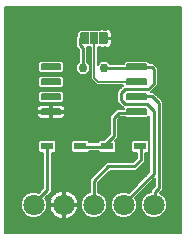
<source format=gtl>
G75*
%MOIN*%
%OFA0B0*%
%FSLAX25Y25*%
%IPPOS*%
%LPD*%
%AMOC8*
5,1,8,0,0,1.08239X$1,22.5*
%
%ADD10C,0.00000*%
%ADD11C,0.01200*%
%ADD12R,0.02800X0.03937*%
%ADD13R,0.02000X0.03937*%
%ADD14C,0.00571*%
%ADD15R,0.04134X0.02362*%
%ADD16C,0.07087*%
%ADD17C,0.00600*%
%ADD18C,0.02978*%
%ADD19C,0.01000*%
D10*
X0003300Y0003800D02*
X0003300Y0074761D01*
X0058001Y0074761D01*
X0058001Y0003800D01*
X0003300Y0003800D01*
D11*
X0027507Y0064932D02*
X0027507Y0067668D01*
X0027507Y0064932D02*
X0026707Y0064932D01*
X0026707Y0067668D01*
X0027507Y0067668D01*
X0027507Y0066131D02*
X0026707Y0066131D01*
X0026707Y0067330D02*
X0027507Y0067330D01*
X0034893Y0067668D02*
X0034893Y0064932D01*
X0034093Y0064932D01*
X0034093Y0067668D01*
X0034893Y0067668D01*
X0034893Y0066131D02*
X0034093Y0066131D01*
X0034093Y0067330D02*
X0034893Y0067330D01*
D12*
X0030800Y0066300D03*
D13*
X0033525Y0066305D03*
X0028075Y0066300D03*
D14*
X0019590Y0055944D02*
X0013428Y0055944D01*
X0013428Y0057656D01*
X0019590Y0057656D01*
X0019590Y0055944D01*
X0019590Y0056514D02*
X0013428Y0056514D01*
X0013428Y0057084D02*
X0019590Y0057084D01*
X0019590Y0057654D02*
X0013428Y0057654D01*
X0013428Y0050944D02*
X0019590Y0050944D01*
X0013428Y0050944D02*
X0013428Y0052656D01*
X0019590Y0052656D01*
X0019590Y0050944D01*
X0019590Y0051514D02*
X0013428Y0051514D01*
X0013428Y0052084D02*
X0019590Y0052084D01*
X0019590Y0052654D02*
X0013428Y0052654D01*
X0013428Y0045944D02*
X0019590Y0045944D01*
X0013428Y0045944D02*
X0013428Y0047656D01*
X0019590Y0047656D01*
X0019590Y0045944D01*
X0019590Y0046514D02*
X0013428Y0046514D01*
X0013428Y0047084D02*
X0019590Y0047084D01*
X0019590Y0047654D02*
X0013428Y0047654D01*
X0013428Y0040944D02*
X0019590Y0040944D01*
X0013428Y0040944D02*
X0013428Y0042656D01*
X0019590Y0042656D01*
X0019590Y0040944D01*
X0019590Y0041514D02*
X0013428Y0041514D01*
X0013428Y0042084D02*
X0019590Y0042084D01*
X0019590Y0042654D02*
X0013428Y0042654D01*
X0042010Y0040944D02*
X0048172Y0040944D01*
X0042010Y0040944D02*
X0042010Y0042656D01*
X0048172Y0042656D01*
X0048172Y0040944D01*
X0048172Y0041514D02*
X0042010Y0041514D01*
X0042010Y0042084D02*
X0048172Y0042084D01*
X0048172Y0042654D02*
X0042010Y0042654D01*
X0042010Y0045944D02*
X0048172Y0045944D01*
X0042010Y0045944D02*
X0042010Y0047656D01*
X0048172Y0047656D01*
X0048172Y0045944D01*
X0048172Y0046514D02*
X0042010Y0046514D01*
X0042010Y0047084D02*
X0048172Y0047084D01*
X0048172Y0047654D02*
X0042010Y0047654D01*
X0042010Y0050944D02*
X0048172Y0050944D01*
X0042010Y0050944D02*
X0042010Y0052656D01*
X0048172Y0052656D01*
X0048172Y0050944D01*
X0048172Y0051514D02*
X0042010Y0051514D01*
X0042010Y0052084D02*
X0048172Y0052084D01*
X0048172Y0052654D02*
X0042010Y0052654D01*
X0042010Y0055944D02*
X0048172Y0055944D01*
X0042010Y0055944D02*
X0042010Y0057656D01*
X0048172Y0057656D01*
X0048172Y0055944D01*
X0048172Y0056514D02*
X0042010Y0056514D01*
X0042010Y0057084D02*
X0048172Y0057084D01*
X0048172Y0057654D02*
X0042010Y0057654D01*
D15*
X0046312Y0030300D03*
X0035288Y0030300D03*
X0026312Y0030300D03*
X0015288Y0030300D03*
D16*
X0010800Y0010800D03*
X0020800Y0010800D03*
X0030800Y0010800D03*
X0040800Y0010800D03*
X0050800Y0010800D03*
D17*
X0001300Y0001300D02*
X0001300Y0076800D01*
X0059800Y0076800D01*
X0059800Y0001300D01*
X0001300Y0001300D01*
X0001300Y0001406D02*
X0059800Y0001406D01*
X0059800Y0002004D02*
X0001300Y0002004D01*
X0001300Y0002603D02*
X0059800Y0002603D01*
X0059800Y0003201D02*
X0001300Y0003201D01*
X0001300Y0003800D02*
X0059800Y0003800D01*
X0059800Y0004399D02*
X0001300Y0004399D01*
X0001300Y0004997D02*
X0059800Y0004997D01*
X0059800Y0005596D02*
X0001300Y0005596D01*
X0001300Y0006194D02*
X0019302Y0006194D01*
X0018941Y0006312D02*
X0019666Y0006076D01*
X0020419Y0005957D01*
X0020500Y0005957D01*
X0020500Y0010500D01*
X0021100Y0010500D01*
X0021100Y0011100D01*
X0025643Y0011100D01*
X0025643Y0011181D01*
X0025524Y0011934D01*
X0025288Y0012659D01*
X0024942Y0013338D01*
X0024494Y0013955D01*
X0023955Y0014494D01*
X0023338Y0014942D01*
X0022659Y0015288D01*
X0021934Y0015524D01*
X0021181Y0015643D01*
X0021100Y0015643D01*
X0021100Y0011100D01*
X0020500Y0011100D01*
X0020500Y0015643D01*
X0020419Y0015643D01*
X0019666Y0015524D01*
X0018941Y0015288D01*
X0018262Y0014942D01*
X0017645Y0014494D01*
X0017106Y0013955D01*
X0016658Y0013338D01*
X0016312Y0012659D01*
X0016076Y0011934D01*
X0015957Y0011181D01*
X0015957Y0011100D01*
X0020500Y0011100D01*
X0020500Y0010500D01*
X0015957Y0010500D01*
X0015957Y0010419D01*
X0016076Y0009666D01*
X0016312Y0008941D01*
X0016658Y0008262D01*
X0017106Y0007645D01*
X0017645Y0007106D01*
X0018262Y0006658D01*
X0018941Y0006312D01*
X0018076Y0006793D02*
X0012736Y0006793D01*
X0013317Y0007033D02*
X0014567Y0008283D01*
X0015243Y0009916D01*
X0015243Y0011684D01*
X0014634Y0013154D01*
X0016700Y0015220D01*
X0016700Y0028219D01*
X0017728Y0028219D01*
X0018255Y0028746D01*
X0018255Y0031854D01*
X0017728Y0032381D01*
X0012848Y0032381D01*
X0012321Y0031854D01*
X0012321Y0028746D01*
X0012848Y0028219D01*
X0013900Y0028219D01*
X0013900Y0016380D01*
X0012447Y0014927D01*
X0011684Y0015243D01*
X0009916Y0015243D01*
X0008283Y0014567D01*
X0007033Y0013317D01*
X0006357Y0011684D01*
X0006357Y0009916D01*
X0007033Y0008283D01*
X0008283Y0007033D01*
X0009916Y0006357D01*
X0011684Y0006357D01*
X0013317Y0007033D01*
X0013675Y0007391D02*
X0017359Y0007391D01*
X0016855Y0007990D02*
X0014273Y0007990D01*
X0014693Y0008588D02*
X0016491Y0008588D01*
X0016232Y0009187D02*
X0014941Y0009187D01*
X0015189Y0009785D02*
X0016057Y0009785D01*
X0015962Y0010384D02*
X0015243Y0010384D01*
X0015243Y0010982D02*
X0020500Y0010982D01*
X0020500Y0010384D02*
X0021100Y0010384D01*
X0021100Y0010500D02*
X0021100Y0005957D01*
X0021181Y0005957D01*
X0021934Y0006076D01*
X0022659Y0006312D01*
X0023338Y0006658D01*
X0023955Y0007106D01*
X0024494Y0007645D01*
X0024942Y0008262D01*
X0025288Y0008941D01*
X0025524Y0009666D01*
X0025643Y0010419D01*
X0025643Y0010500D01*
X0021100Y0010500D01*
X0021100Y0010982D02*
X0026357Y0010982D01*
X0026357Y0010384D02*
X0025638Y0010384D01*
X0025543Y0009785D02*
X0026411Y0009785D01*
X0026357Y0009916D02*
X0027033Y0008283D01*
X0028283Y0007033D01*
X0029916Y0006357D01*
X0031684Y0006357D01*
X0033317Y0007033D01*
X0034567Y0008283D01*
X0035243Y0009916D01*
X0035243Y0011684D01*
X0034567Y0013317D01*
X0033317Y0014567D01*
X0032200Y0015029D01*
X0032200Y0018220D01*
X0036180Y0022200D01*
X0044880Y0022200D01*
X0045700Y0023020D01*
X0045700Y0023020D01*
X0047080Y0024400D01*
X0047900Y0025220D01*
X0047900Y0028219D01*
X0048752Y0028219D01*
X0049279Y0028746D01*
X0049279Y0031854D01*
X0048752Y0032381D01*
X0043872Y0032381D01*
X0043345Y0031854D01*
X0043345Y0028746D01*
X0043872Y0028219D01*
X0045100Y0028219D01*
X0045100Y0026380D01*
X0043720Y0025000D01*
X0035020Y0025000D01*
X0034200Y0024180D01*
X0029400Y0019380D01*
X0029400Y0015029D01*
X0028283Y0014567D01*
X0027033Y0013317D01*
X0026357Y0011684D01*
X0026357Y0009916D01*
X0026659Y0009187D02*
X0025368Y0009187D01*
X0025109Y0008588D02*
X0026907Y0008588D01*
X0027327Y0007990D02*
X0024745Y0007990D01*
X0024241Y0007391D02*
X0027925Y0007391D01*
X0028864Y0006793D02*
X0023524Y0006793D01*
X0022298Y0006194D02*
X0059800Y0006194D01*
X0059800Y0006793D02*
X0052736Y0006793D01*
X0053317Y0007033D02*
X0054567Y0008283D01*
X0055243Y0009916D01*
X0055243Y0011684D01*
X0054567Y0013317D01*
X0053317Y0014567D01*
X0052843Y0014763D01*
X0053900Y0015820D01*
X0053900Y0045180D01*
X0053080Y0046000D01*
X0050680Y0048400D01*
X0049880Y0048400D01*
X0050300Y0048820D01*
X0050300Y0048820D01*
X0051280Y0049800D01*
X0052100Y0050620D01*
X0052100Y0056580D01*
X0051280Y0057400D01*
X0050680Y0058000D01*
X0049357Y0058000D01*
X0049357Y0058147D01*
X0048663Y0058842D01*
X0041520Y0058842D01*
X0040825Y0058147D01*
X0040825Y0057800D01*
X0036279Y0057800D01*
X0035290Y0058789D01*
X0033310Y0058789D01*
X0032100Y0057578D01*
X0032100Y0063431D01*
X0032573Y0063431D01*
X0032578Y0063436D01*
X0032901Y0063436D01*
X0032926Y0063411D01*
X0033360Y0063161D01*
X0033843Y0063031D01*
X0034293Y0063031D01*
X0034293Y0063436D01*
X0034693Y0063436D01*
X0034693Y0063031D01*
X0035143Y0063031D01*
X0035626Y0063161D01*
X0036060Y0063411D01*
X0036413Y0063765D01*
X0036663Y0064198D01*
X0036793Y0064681D01*
X0036793Y0066100D01*
X0035425Y0066100D01*
X0035425Y0066500D01*
X0036793Y0066500D01*
X0036793Y0067919D01*
X0036663Y0068402D01*
X0036413Y0068835D01*
X0036060Y0069189D01*
X0035626Y0069439D01*
X0035143Y0069568D01*
X0034693Y0069568D01*
X0034693Y0069173D01*
X0034293Y0069173D01*
X0034293Y0069568D01*
X0033843Y0069568D01*
X0033360Y0069439D01*
X0032926Y0069189D01*
X0032911Y0069173D01*
X0032152Y0069173D01*
X0032147Y0069168D01*
X0026086Y0069168D01*
X0025207Y0068290D01*
X0025207Y0067312D01*
X0024775Y0066880D01*
X0024775Y0063379D01*
X0025700Y0062454D01*
X0025700Y0058379D01*
X0024711Y0057390D01*
X0024711Y0055410D01*
X0026110Y0054011D01*
X0028090Y0054011D01*
X0029489Y0055410D01*
X0029489Y0057390D01*
X0028500Y0058379D01*
X0028500Y0063431D01*
X0029700Y0063431D01*
X0029700Y0052703D01*
X0030403Y0052000D01*
X0031803Y0050600D01*
X0040520Y0050600D01*
X0039320Y0049400D01*
X0038500Y0048580D01*
X0038500Y0045220D01*
X0039900Y0043820D01*
X0040720Y0043000D01*
X0040825Y0043000D01*
X0040825Y0042800D01*
X0038520Y0042800D01*
X0037700Y0041980D01*
X0036920Y0041200D01*
X0036100Y0040380D01*
X0036100Y0034380D01*
X0034101Y0032381D01*
X0032848Y0032381D01*
X0032321Y0031854D01*
X0032321Y0031600D01*
X0029279Y0031600D01*
X0029279Y0031854D01*
X0028752Y0032381D01*
X0023872Y0032381D01*
X0023345Y0031854D01*
X0023345Y0028746D01*
X0023872Y0028219D01*
X0028752Y0028219D01*
X0029279Y0028746D01*
X0029279Y0028800D01*
X0032321Y0028800D01*
X0032321Y0028746D01*
X0032848Y0028219D01*
X0037728Y0028219D01*
X0038255Y0028746D01*
X0038255Y0031854D01*
X0037894Y0032215D01*
X0038900Y0033220D01*
X0038900Y0039220D01*
X0039680Y0040000D01*
X0041278Y0040000D01*
X0041520Y0039758D01*
X0048663Y0039758D01*
X0049300Y0040395D01*
X0049300Y0021780D01*
X0042447Y0014927D01*
X0041684Y0015243D01*
X0039916Y0015243D01*
X0038283Y0014567D01*
X0037033Y0013317D01*
X0036357Y0011684D01*
X0036357Y0009916D01*
X0037033Y0008283D01*
X0038283Y0007033D01*
X0039916Y0006357D01*
X0041684Y0006357D01*
X0043317Y0007033D01*
X0044567Y0008283D01*
X0045243Y0009916D01*
X0045243Y0011684D01*
X0044634Y0013154D01*
X0051100Y0019620D01*
X0051100Y0016980D01*
X0050720Y0016600D01*
X0049900Y0015780D01*
X0049900Y0015237D01*
X0048283Y0014567D01*
X0047033Y0013317D01*
X0046357Y0011684D01*
X0046357Y0009916D01*
X0047033Y0008283D01*
X0048283Y0007033D01*
X0049916Y0006357D01*
X0051684Y0006357D01*
X0053317Y0007033D01*
X0053675Y0007391D02*
X0059800Y0007391D01*
X0059800Y0007990D02*
X0054273Y0007990D01*
X0054693Y0008588D02*
X0059800Y0008588D01*
X0059800Y0009187D02*
X0054941Y0009187D01*
X0055189Y0009785D02*
X0059800Y0009785D01*
X0059800Y0010384D02*
X0055243Y0010384D01*
X0055243Y0010982D02*
X0059800Y0010982D01*
X0059800Y0011581D02*
X0055243Y0011581D01*
X0055038Y0012179D02*
X0059800Y0012179D01*
X0059800Y0012778D02*
X0054790Y0012778D01*
X0054508Y0013376D02*
X0059800Y0013376D01*
X0059800Y0013975D02*
X0053909Y0013975D01*
X0053302Y0014573D02*
X0059800Y0014573D01*
X0059800Y0015172D02*
X0053252Y0015172D01*
X0053850Y0015770D02*
X0059800Y0015770D01*
X0059800Y0016369D02*
X0053900Y0016369D01*
X0053900Y0016967D02*
X0059800Y0016967D01*
X0059800Y0017566D02*
X0053900Y0017566D01*
X0053900Y0018164D02*
X0059800Y0018164D01*
X0059800Y0018763D02*
X0053900Y0018763D01*
X0053900Y0019361D02*
X0059800Y0019361D01*
X0059800Y0019960D02*
X0053900Y0019960D01*
X0053900Y0020558D02*
X0059800Y0020558D01*
X0059800Y0021157D02*
X0053900Y0021157D01*
X0053900Y0021755D02*
X0059800Y0021755D01*
X0059800Y0022354D02*
X0053900Y0022354D01*
X0053900Y0022952D02*
X0059800Y0022952D01*
X0059800Y0023551D02*
X0053900Y0023551D01*
X0053900Y0024149D02*
X0059800Y0024149D01*
X0059800Y0024748D02*
X0053900Y0024748D01*
X0053900Y0025346D02*
X0059800Y0025346D01*
X0059800Y0025945D02*
X0053900Y0025945D01*
X0053900Y0026543D02*
X0059800Y0026543D01*
X0059800Y0027142D02*
X0053900Y0027142D01*
X0053900Y0027740D02*
X0059800Y0027740D01*
X0059800Y0028339D02*
X0053900Y0028339D01*
X0053900Y0028937D02*
X0059800Y0028937D01*
X0059800Y0029536D02*
X0053900Y0029536D01*
X0053900Y0030134D02*
X0059800Y0030134D01*
X0059800Y0030733D02*
X0053900Y0030733D01*
X0053900Y0031332D02*
X0059800Y0031332D01*
X0059800Y0031930D02*
X0053900Y0031930D01*
X0053900Y0032529D02*
X0059800Y0032529D01*
X0059800Y0033127D02*
X0053900Y0033127D01*
X0053900Y0033726D02*
X0059800Y0033726D01*
X0059800Y0034324D02*
X0053900Y0034324D01*
X0053900Y0034923D02*
X0059800Y0034923D01*
X0059800Y0035521D02*
X0053900Y0035521D01*
X0053900Y0036120D02*
X0059800Y0036120D01*
X0059800Y0036718D02*
X0053900Y0036718D01*
X0053900Y0037317D02*
X0059800Y0037317D01*
X0059800Y0037915D02*
X0053900Y0037915D01*
X0053900Y0038514D02*
X0059800Y0038514D01*
X0059800Y0039112D02*
X0053900Y0039112D01*
X0053900Y0039711D02*
X0059800Y0039711D01*
X0059800Y0040309D02*
X0053900Y0040309D01*
X0053900Y0040908D02*
X0059800Y0040908D01*
X0059800Y0041506D02*
X0053900Y0041506D01*
X0053900Y0042105D02*
X0059800Y0042105D01*
X0059800Y0042703D02*
X0053900Y0042703D01*
X0053900Y0043302D02*
X0059800Y0043302D01*
X0059800Y0043900D02*
X0053900Y0043900D01*
X0053900Y0044499D02*
X0059800Y0044499D01*
X0059800Y0045097D02*
X0053900Y0045097D01*
X0053384Y0045696D02*
X0059800Y0045696D01*
X0059800Y0046294D02*
X0052786Y0046294D01*
X0052187Y0046893D02*
X0059800Y0046893D01*
X0059800Y0047491D02*
X0051589Y0047491D01*
X0050990Y0048090D02*
X0059800Y0048090D01*
X0059800Y0048688D02*
X0050168Y0048688D01*
X0050767Y0049287D02*
X0059800Y0049287D01*
X0059800Y0049885D02*
X0051365Y0049885D01*
X0051280Y0049800D02*
X0051280Y0049800D01*
X0051964Y0050484D02*
X0059800Y0050484D01*
X0059800Y0051082D02*
X0052100Y0051082D01*
X0052100Y0051681D02*
X0059800Y0051681D01*
X0059800Y0052279D02*
X0052100Y0052279D01*
X0052100Y0052878D02*
X0059800Y0052878D01*
X0059800Y0053476D02*
X0052100Y0053476D01*
X0052100Y0054075D02*
X0059800Y0054075D01*
X0059800Y0054673D02*
X0052100Y0054673D01*
X0052100Y0055272D02*
X0059800Y0055272D01*
X0059800Y0055870D02*
X0052100Y0055870D01*
X0052100Y0056469D02*
X0059800Y0056469D01*
X0059800Y0057068D02*
X0051612Y0057068D01*
X0051014Y0057666D02*
X0059800Y0057666D01*
X0059800Y0058265D02*
X0049240Y0058265D01*
X0045300Y0056600D02*
X0045300Y0056400D01*
X0045300Y0056600D02*
X0045091Y0056800D01*
X0040942Y0058265D02*
X0035814Y0058265D01*
X0032786Y0058265D02*
X0032100Y0058265D01*
X0032100Y0058863D02*
X0059800Y0058863D01*
X0059800Y0059462D02*
X0032100Y0059462D01*
X0032100Y0060060D02*
X0059800Y0060060D01*
X0059800Y0060659D02*
X0032100Y0060659D01*
X0032100Y0061257D02*
X0059800Y0061257D01*
X0059800Y0061856D02*
X0032100Y0061856D01*
X0032100Y0062454D02*
X0059800Y0062454D01*
X0059800Y0063053D02*
X0035222Y0063053D01*
X0034693Y0063053D02*
X0034293Y0063053D01*
X0033764Y0063053D02*
X0032100Y0063053D01*
X0029700Y0063053D02*
X0028500Y0063053D01*
X0028500Y0062454D02*
X0029700Y0062454D01*
X0029700Y0061856D02*
X0028500Y0061856D01*
X0028500Y0061257D02*
X0029700Y0061257D01*
X0029700Y0060659D02*
X0028500Y0060659D01*
X0028500Y0060060D02*
X0029700Y0060060D01*
X0029700Y0059462D02*
X0028500Y0059462D01*
X0028500Y0058863D02*
X0029700Y0058863D01*
X0029700Y0058265D02*
X0028614Y0058265D01*
X0029212Y0057666D02*
X0029700Y0057666D01*
X0029700Y0057068D02*
X0029489Y0057068D01*
X0029489Y0056469D02*
X0029700Y0056469D01*
X0029700Y0055870D02*
X0029489Y0055870D01*
X0029350Y0055272D02*
X0029700Y0055272D01*
X0029700Y0054673D02*
X0028752Y0054673D01*
X0028153Y0054075D02*
X0029700Y0054075D01*
X0029700Y0053476D02*
X0020446Y0053476D01*
X0020775Y0053147D02*
X0020080Y0053842D01*
X0012937Y0053842D01*
X0012243Y0053147D01*
X0012243Y0050453D01*
X0012937Y0049758D01*
X0020080Y0049758D01*
X0020775Y0050453D01*
X0020775Y0053147D01*
X0020775Y0052878D02*
X0029700Y0052878D01*
X0030124Y0052279D02*
X0020775Y0052279D01*
X0020775Y0051681D02*
X0030722Y0051681D01*
X0031321Y0051082D02*
X0020775Y0051082D01*
X0020775Y0050484D02*
X0040404Y0050484D01*
X0039805Y0049885D02*
X0020207Y0049885D01*
X0020080Y0048842D02*
X0012937Y0048842D01*
X0012243Y0048147D01*
X0012243Y0045453D01*
X0012937Y0044758D01*
X0020080Y0044758D01*
X0020775Y0045453D01*
X0020775Y0048147D01*
X0020080Y0048842D01*
X0020234Y0048688D02*
X0038608Y0048688D01*
X0038500Y0048090D02*
X0020775Y0048090D01*
X0020775Y0047491D02*
X0038500Y0047491D01*
X0038500Y0046893D02*
X0020775Y0046893D01*
X0020775Y0046294D02*
X0038500Y0046294D01*
X0038500Y0045696D02*
X0020775Y0045696D01*
X0020419Y0045097D02*
X0038623Y0045097D01*
X0039221Y0044499D02*
X0001300Y0044499D01*
X0001300Y0045097D02*
X0012598Y0045097D01*
X0012243Y0045696D02*
X0001300Y0045696D01*
X0001300Y0046294D02*
X0012243Y0046294D01*
X0012243Y0046893D02*
X0001300Y0046893D01*
X0001300Y0047491D02*
X0012243Y0047491D01*
X0012243Y0048090D02*
X0001300Y0048090D01*
X0001300Y0048688D02*
X0012784Y0048688D01*
X0012810Y0049885D02*
X0001300Y0049885D01*
X0001300Y0049287D02*
X0039207Y0049287D01*
X0039820Y0043900D02*
X0020588Y0043900D01*
X0020563Y0043925D02*
X0020201Y0044134D01*
X0019798Y0044242D01*
X0016780Y0044242D01*
X0016780Y0042071D01*
X0021175Y0042071D01*
X0021175Y0042865D01*
X0021067Y0043268D01*
X0020858Y0043630D01*
X0020563Y0043925D01*
X0021047Y0043302D02*
X0040418Y0043302D01*
X0038423Y0042703D02*
X0021175Y0042703D01*
X0021175Y0042105D02*
X0037825Y0042105D01*
X0037226Y0041506D02*
X0021175Y0041506D01*
X0021175Y0041529D02*
X0016780Y0041529D01*
X0016780Y0042071D01*
X0016238Y0042071D01*
X0016238Y0044242D01*
X0013219Y0044242D01*
X0012816Y0044134D01*
X0012454Y0043925D01*
X0012159Y0043630D01*
X0011951Y0043268D01*
X0011843Y0042865D01*
X0011843Y0042071D01*
X0016238Y0042071D01*
X0016238Y0041529D01*
X0016780Y0041529D01*
X0016780Y0039358D01*
X0019798Y0039358D01*
X0020201Y0039466D01*
X0020563Y0039675D01*
X0020858Y0039970D01*
X0021067Y0040332D01*
X0021175Y0040735D01*
X0021175Y0041529D01*
X0021175Y0040908D02*
X0036628Y0040908D01*
X0036100Y0040309D02*
X0021054Y0040309D01*
X0020598Y0039711D02*
X0036100Y0039711D01*
X0036100Y0039112D02*
X0001300Y0039112D01*
X0001300Y0038514D02*
X0036100Y0038514D01*
X0036100Y0037915D02*
X0001300Y0037915D01*
X0001300Y0037317D02*
X0036100Y0037317D01*
X0036100Y0036718D02*
X0001300Y0036718D01*
X0001300Y0036120D02*
X0036100Y0036120D01*
X0036100Y0035521D02*
X0001300Y0035521D01*
X0001300Y0034923D02*
X0036100Y0034923D01*
X0036044Y0034324D02*
X0001300Y0034324D01*
X0001300Y0033726D02*
X0035446Y0033726D01*
X0034847Y0033127D02*
X0001300Y0033127D01*
X0001300Y0032529D02*
X0034249Y0032529D01*
X0032397Y0031930D02*
X0029203Y0031930D01*
X0026700Y0030200D02*
X0026312Y0030300D01*
X0028872Y0028339D02*
X0032728Y0028339D01*
X0033900Y0030200D02*
X0035288Y0030300D01*
X0034100Y0030400D01*
X0033900Y0030200D01*
X0037848Y0028339D02*
X0043752Y0028339D01*
X0043345Y0028937D02*
X0038255Y0028937D01*
X0038255Y0029536D02*
X0043345Y0029536D01*
X0043345Y0030134D02*
X0038255Y0030134D01*
X0038255Y0030733D02*
X0043345Y0030733D01*
X0043345Y0031332D02*
X0038255Y0031332D01*
X0038179Y0031930D02*
X0043421Y0031930D01*
X0046312Y0030300D02*
X0046500Y0030200D01*
X0047900Y0027740D02*
X0049300Y0027740D01*
X0049300Y0027142D02*
X0047900Y0027142D01*
X0047900Y0026543D02*
X0049300Y0026543D01*
X0049300Y0025945D02*
X0047900Y0025945D01*
X0047900Y0025346D02*
X0049300Y0025346D01*
X0049300Y0024748D02*
X0047428Y0024748D01*
X0047080Y0024400D02*
X0047080Y0024400D01*
X0046829Y0024149D02*
X0049300Y0024149D01*
X0049300Y0023551D02*
X0046231Y0023551D01*
X0045632Y0022952D02*
X0049300Y0022952D01*
X0049300Y0022354D02*
X0045034Y0022354D01*
X0044067Y0025346D02*
X0016700Y0025346D01*
X0016700Y0024748D02*
X0034768Y0024748D01*
X0034169Y0024149D02*
X0016700Y0024149D01*
X0016700Y0023551D02*
X0033571Y0023551D01*
X0032972Y0022952D02*
X0016700Y0022952D01*
X0016700Y0022354D02*
X0032374Y0022354D01*
X0031775Y0021755D02*
X0016700Y0021755D01*
X0016700Y0021157D02*
X0031177Y0021157D01*
X0030578Y0020558D02*
X0016700Y0020558D01*
X0016700Y0019960D02*
X0029980Y0019960D01*
X0029400Y0019361D02*
X0016700Y0019361D01*
X0016700Y0018763D02*
X0029400Y0018763D01*
X0029400Y0018164D02*
X0016700Y0018164D01*
X0016700Y0017566D02*
X0029400Y0017566D01*
X0029400Y0016967D02*
X0016700Y0016967D01*
X0016700Y0016369D02*
X0029400Y0016369D01*
X0029400Y0015770D02*
X0016700Y0015770D01*
X0016652Y0015172D02*
X0018712Y0015172D01*
X0017753Y0014573D02*
X0016053Y0014573D01*
X0015455Y0013975D02*
X0017125Y0013975D01*
X0016685Y0013376D02*
X0014856Y0013376D01*
X0014790Y0012778D02*
X0016372Y0012778D01*
X0016156Y0012179D02*
X0015038Y0012179D01*
X0015243Y0011581D02*
X0016020Y0011581D01*
X0012692Y0015172D02*
X0011857Y0015172D01*
X0013290Y0015770D02*
X0001300Y0015770D01*
X0001300Y0015172D02*
X0009743Y0015172D01*
X0008298Y0014573D02*
X0001300Y0014573D01*
X0001300Y0013975D02*
X0007691Y0013975D01*
X0007092Y0013376D02*
X0001300Y0013376D01*
X0001300Y0012778D02*
X0006810Y0012778D01*
X0006562Y0012179D02*
X0001300Y0012179D01*
X0001300Y0011581D02*
X0006357Y0011581D01*
X0006357Y0010982D02*
X0001300Y0010982D01*
X0001300Y0010384D02*
X0006357Y0010384D01*
X0006411Y0009785D02*
X0001300Y0009785D01*
X0001300Y0009187D02*
X0006659Y0009187D01*
X0006907Y0008588D02*
X0001300Y0008588D01*
X0001300Y0007990D02*
X0007327Y0007990D01*
X0007925Y0007391D02*
X0001300Y0007391D01*
X0001300Y0006793D02*
X0008864Y0006793D01*
X0010800Y0010800D02*
X0010500Y0011000D01*
X0013889Y0016369D02*
X0001300Y0016369D01*
X0001300Y0016967D02*
X0013900Y0016967D01*
X0013900Y0017566D02*
X0001300Y0017566D01*
X0001300Y0018164D02*
X0013900Y0018164D01*
X0013900Y0018763D02*
X0001300Y0018763D01*
X0001300Y0019361D02*
X0013900Y0019361D01*
X0013900Y0019960D02*
X0001300Y0019960D01*
X0001300Y0020558D02*
X0013900Y0020558D01*
X0013900Y0021157D02*
X0001300Y0021157D01*
X0001300Y0021755D02*
X0013900Y0021755D01*
X0013900Y0022354D02*
X0001300Y0022354D01*
X0001300Y0022952D02*
X0013900Y0022952D01*
X0013900Y0023551D02*
X0001300Y0023551D01*
X0001300Y0024149D02*
X0013900Y0024149D01*
X0013900Y0024748D02*
X0001300Y0024748D01*
X0001300Y0025346D02*
X0013900Y0025346D01*
X0013900Y0025945D02*
X0001300Y0025945D01*
X0001300Y0026543D02*
X0013900Y0026543D01*
X0013900Y0027142D02*
X0001300Y0027142D01*
X0001300Y0027740D02*
X0013900Y0027740D01*
X0012728Y0028339D02*
X0001300Y0028339D01*
X0001300Y0028937D02*
X0012321Y0028937D01*
X0012321Y0029536D02*
X0001300Y0029536D01*
X0001300Y0030134D02*
X0012321Y0030134D01*
X0012321Y0030733D02*
X0001300Y0030733D01*
X0001300Y0031332D02*
X0012321Y0031332D01*
X0012397Y0031930D02*
X0001300Y0031930D01*
X0001300Y0039711D02*
X0012419Y0039711D01*
X0012454Y0039675D02*
X0012816Y0039466D01*
X0013219Y0039358D01*
X0016238Y0039358D01*
X0016238Y0041529D01*
X0011843Y0041529D01*
X0011843Y0040735D01*
X0011951Y0040332D01*
X0012159Y0039970D01*
X0012454Y0039675D01*
X0011964Y0040309D02*
X0001300Y0040309D01*
X0001300Y0040908D02*
X0011843Y0040908D01*
X0011843Y0041506D02*
X0001300Y0041506D01*
X0001300Y0042105D02*
X0011843Y0042105D01*
X0011843Y0042703D02*
X0001300Y0042703D01*
X0001300Y0043302D02*
X0011970Y0043302D01*
X0012430Y0043900D02*
X0001300Y0043900D01*
X0001300Y0050484D02*
X0012243Y0050484D01*
X0012243Y0051082D02*
X0001300Y0051082D01*
X0001300Y0051681D02*
X0012243Y0051681D01*
X0012243Y0052279D02*
X0001300Y0052279D01*
X0001300Y0052878D02*
X0012243Y0052878D01*
X0012572Y0053476D02*
X0001300Y0053476D01*
X0001300Y0054075D02*
X0026047Y0054075D01*
X0025448Y0054673D02*
X0001300Y0054673D01*
X0001300Y0055272D02*
X0012423Y0055272D01*
X0012243Y0055453D02*
X0012937Y0054758D01*
X0020080Y0054758D01*
X0020775Y0055453D01*
X0020775Y0058147D01*
X0020080Y0058842D01*
X0012937Y0058842D01*
X0012243Y0058147D01*
X0012243Y0055453D01*
X0012243Y0055870D02*
X0001300Y0055870D01*
X0001300Y0056469D02*
X0012243Y0056469D01*
X0012243Y0057068D02*
X0001300Y0057068D01*
X0001300Y0057666D02*
X0012243Y0057666D01*
X0012360Y0058265D02*
X0001300Y0058265D01*
X0001300Y0058863D02*
X0025700Y0058863D01*
X0025700Y0059462D02*
X0001300Y0059462D01*
X0001300Y0060060D02*
X0025700Y0060060D01*
X0025700Y0060659D02*
X0001300Y0060659D01*
X0001300Y0061257D02*
X0025700Y0061257D01*
X0025700Y0061856D02*
X0001300Y0061856D01*
X0001300Y0062454D02*
X0025700Y0062454D01*
X0025101Y0063053D02*
X0001300Y0063053D01*
X0001300Y0063651D02*
X0024775Y0063651D01*
X0024775Y0064250D02*
X0001300Y0064250D01*
X0001300Y0064848D02*
X0024775Y0064848D01*
X0024775Y0065447D02*
X0001300Y0065447D01*
X0001300Y0066045D02*
X0024775Y0066045D01*
X0024775Y0066644D02*
X0001300Y0066644D01*
X0001300Y0067242D02*
X0025137Y0067242D01*
X0025207Y0067841D02*
X0001300Y0067841D01*
X0001300Y0068439D02*
X0025356Y0068439D01*
X0025955Y0069038D02*
X0001300Y0069038D01*
X0001300Y0069636D02*
X0059800Y0069636D01*
X0059800Y0069038D02*
X0036211Y0069038D01*
X0036642Y0068439D02*
X0059800Y0068439D01*
X0059800Y0067841D02*
X0036793Y0067841D01*
X0036793Y0067242D02*
X0059800Y0067242D01*
X0059800Y0066644D02*
X0036793Y0066644D01*
X0036793Y0066045D02*
X0059800Y0066045D01*
X0059800Y0065447D02*
X0036793Y0065447D01*
X0036793Y0064848D02*
X0059800Y0064848D01*
X0059800Y0064250D02*
X0036677Y0064250D01*
X0036300Y0063651D02*
X0059800Y0063651D01*
X0059800Y0070235D02*
X0001300Y0070235D01*
X0001300Y0070833D02*
X0059800Y0070833D01*
X0059800Y0071432D02*
X0001300Y0071432D01*
X0001300Y0072030D02*
X0059800Y0072030D01*
X0059800Y0072629D02*
X0001300Y0072629D01*
X0001300Y0073227D02*
X0059800Y0073227D01*
X0059800Y0073826D02*
X0001300Y0073826D01*
X0001300Y0074424D02*
X0059800Y0074424D01*
X0059800Y0075023D02*
X0001300Y0075023D01*
X0001300Y0075621D02*
X0059800Y0075621D01*
X0059800Y0076220D02*
X0001300Y0076220D01*
X0020658Y0058265D02*
X0025586Y0058265D01*
X0024987Y0057666D02*
X0020775Y0057666D01*
X0020775Y0057068D02*
X0024711Y0057068D01*
X0024711Y0056469D02*
X0020775Y0056469D01*
X0020775Y0055870D02*
X0024711Y0055870D01*
X0024849Y0055272D02*
X0020594Y0055272D01*
X0016780Y0043900D02*
X0016238Y0043900D01*
X0016238Y0043302D02*
X0016780Y0043302D01*
X0016780Y0042703D02*
X0016238Y0042703D01*
X0016238Y0042105D02*
X0016780Y0042105D01*
X0016780Y0041506D02*
X0016238Y0041506D01*
X0016238Y0040908D02*
X0016780Y0040908D01*
X0016780Y0040309D02*
X0016238Y0040309D01*
X0016238Y0039711D02*
X0016780Y0039711D01*
X0018179Y0031930D02*
X0023421Y0031930D01*
X0023345Y0031332D02*
X0018255Y0031332D01*
X0018255Y0030733D02*
X0023345Y0030733D01*
X0023345Y0030134D02*
X0018255Y0030134D01*
X0018255Y0029536D02*
X0023345Y0029536D01*
X0023345Y0028937D02*
X0018255Y0028937D01*
X0017848Y0028339D02*
X0023752Y0028339D01*
X0016700Y0027740D02*
X0045100Y0027740D01*
X0045100Y0027142D02*
X0016700Y0027142D01*
X0016700Y0026543D02*
X0045100Y0026543D01*
X0044665Y0025945D02*
X0016700Y0025945D01*
X0015300Y0030200D02*
X0015288Y0030300D01*
X0020500Y0015172D02*
X0021100Y0015172D01*
X0021100Y0014573D02*
X0020500Y0014573D01*
X0020500Y0013975D02*
X0021100Y0013975D01*
X0021100Y0013376D02*
X0020500Y0013376D01*
X0020500Y0012778D02*
X0021100Y0012778D01*
X0021100Y0012179D02*
X0020500Y0012179D01*
X0020500Y0011581D02*
X0021100Y0011581D01*
X0021100Y0009785D02*
X0020500Y0009785D01*
X0020500Y0009187D02*
X0021100Y0009187D01*
X0021100Y0008588D02*
X0020500Y0008588D01*
X0020500Y0007990D02*
X0021100Y0007990D01*
X0021100Y0007391D02*
X0020500Y0007391D01*
X0020500Y0006793D02*
X0021100Y0006793D01*
X0021100Y0006194D02*
X0020500Y0006194D01*
X0025580Y0011581D02*
X0026357Y0011581D01*
X0026562Y0012179D02*
X0025444Y0012179D01*
X0025228Y0012778D02*
X0026810Y0012778D01*
X0027092Y0013376D02*
X0024915Y0013376D01*
X0024475Y0013975D02*
X0027691Y0013975D01*
X0028298Y0014573D02*
X0023847Y0014573D01*
X0022888Y0015172D02*
X0029400Y0015172D01*
X0032200Y0015172D02*
X0039743Y0015172D01*
X0038298Y0014573D02*
X0033302Y0014573D01*
X0033909Y0013975D02*
X0037691Y0013975D01*
X0037092Y0013376D02*
X0034508Y0013376D01*
X0034790Y0012778D02*
X0036810Y0012778D01*
X0036562Y0012179D02*
X0035038Y0012179D01*
X0035243Y0011581D02*
X0036357Y0011581D01*
X0036357Y0010982D02*
X0035243Y0010982D01*
X0035243Y0010384D02*
X0036357Y0010384D01*
X0036411Y0009785D02*
X0035189Y0009785D01*
X0034941Y0009187D02*
X0036659Y0009187D01*
X0036907Y0008588D02*
X0034693Y0008588D01*
X0034273Y0007990D02*
X0037327Y0007990D01*
X0037925Y0007391D02*
X0033675Y0007391D01*
X0032736Y0006793D02*
X0038864Y0006793D01*
X0040800Y0010800D02*
X0040500Y0011000D01*
X0041857Y0015172D02*
X0042692Y0015172D01*
X0043290Y0015770D02*
X0032200Y0015770D01*
X0032200Y0016369D02*
X0043889Y0016369D01*
X0044487Y0016967D02*
X0032200Y0016967D01*
X0032200Y0017566D02*
X0045086Y0017566D01*
X0045684Y0018164D02*
X0032200Y0018164D01*
X0032743Y0018763D02*
X0046283Y0018763D01*
X0046881Y0019361D02*
X0033341Y0019361D01*
X0033940Y0019960D02*
X0047480Y0019960D01*
X0048078Y0020558D02*
X0034538Y0020558D01*
X0035137Y0021157D02*
X0048677Y0021157D01*
X0049275Y0021755D02*
X0035735Y0021755D01*
X0038208Y0032529D02*
X0049300Y0032529D01*
X0049300Y0033127D02*
X0038807Y0033127D01*
X0038900Y0033726D02*
X0049300Y0033726D01*
X0049300Y0034324D02*
X0038900Y0034324D01*
X0038900Y0034923D02*
X0049300Y0034923D01*
X0049300Y0035521D02*
X0038900Y0035521D01*
X0038900Y0036120D02*
X0049300Y0036120D01*
X0049300Y0036718D02*
X0038900Y0036718D01*
X0038900Y0037317D02*
X0049300Y0037317D01*
X0049300Y0037915D02*
X0038900Y0037915D01*
X0038900Y0038514D02*
X0049300Y0038514D01*
X0049300Y0039112D02*
X0038900Y0039112D01*
X0039391Y0039711D02*
X0049300Y0039711D01*
X0049300Y0040309D02*
X0049214Y0040309D01*
X0045100Y0041400D02*
X0045091Y0041800D01*
X0045091Y0046800D02*
X0045300Y0047000D01*
X0045091Y0051800D02*
X0032300Y0051800D01*
X0030900Y0053200D01*
X0030900Y0066200D01*
X0030800Y0066300D01*
X0032100Y0057666D02*
X0032188Y0057666D01*
X0049203Y0031930D02*
X0049300Y0031930D01*
X0049279Y0031332D02*
X0049300Y0031332D01*
X0049279Y0030733D02*
X0049300Y0030733D01*
X0049279Y0030134D02*
X0049300Y0030134D01*
X0049279Y0029536D02*
X0049300Y0029536D01*
X0049279Y0028937D02*
X0049300Y0028937D01*
X0049300Y0028339D02*
X0048872Y0028339D01*
X0050841Y0019361D02*
X0051100Y0019361D01*
X0051100Y0018763D02*
X0050243Y0018763D01*
X0049644Y0018164D02*
X0051100Y0018164D01*
X0051100Y0017566D02*
X0049046Y0017566D01*
X0048447Y0016967D02*
X0051087Y0016967D01*
X0050489Y0016369D02*
X0047849Y0016369D01*
X0047250Y0015770D02*
X0049900Y0015770D01*
X0049743Y0015172D02*
X0046652Y0015172D01*
X0046053Y0014573D02*
X0048298Y0014573D01*
X0047691Y0013975D02*
X0045455Y0013975D01*
X0044856Y0013376D02*
X0047092Y0013376D01*
X0046810Y0012778D02*
X0044790Y0012778D01*
X0045038Y0012179D02*
X0046562Y0012179D01*
X0046357Y0011581D02*
X0045243Y0011581D01*
X0045243Y0010982D02*
X0046357Y0010982D01*
X0046357Y0010384D02*
X0045243Y0010384D01*
X0045189Y0009785D02*
X0046411Y0009785D01*
X0046659Y0009187D02*
X0044941Y0009187D01*
X0044693Y0008588D02*
X0046907Y0008588D01*
X0047327Y0007990D02*
X0044273Y0007990D01*
X0043675Y0007391D02*
X0047925Y0007391D01*
X0048864Y0006793D02*
X0042736Y0006793D01*
X0050800Y0010800D02*
X0051300Y0011000D01*
X0030800Y0010800D02*
X0030800Y0010500D01*
D18*
X0005800Y0018300D03*
X0027100Y0056400D03*
X0034300Y0056400D03*
X0055800Y0062300D03*
X0055800Y0018300D03*
X0005800Y0062300D03*
D19*
X0026175Y0063959D02*
X0027100Y0063034D01*
X0027100Y0056400D01*
X0026175Y0063959D02*
X0026175Y0066300D01*
X0034300Y0056400D02*
X0045300Y0056400D01*
X0045300Y0056600D02*
X0050100Y0056600D01*
X0050700Y0056000D01*
X0050700Y0051200D01*
X0048900Y0049400D01*
X0041300Y0049400D01*
X0039900Y0048000D01*
X0039900Y0045800D01*
X0041300Y0044400D01*
X0048500Y0044400D01*
X0050700Y0042200D01*
X0050700Y0021200D01*
X0040500Y0011000D01*
X0030800Y0010800D02*
X0030800Y0018800D01*
X0035600Y0023600D01*
X0044300Y0023600D01*
X0046500Y0025800D01*
X0046500Y0030200D01*
X0037500Y0033800D02*
X0034100Y0030400D01*
X0033900Y0030200D02*
X0026700Y0030200D01*
X0037500Y0033800D02*
X0037500Y0039800D01*
X0039100Y0041400D01*
X0045100Y0041400D01*
X0045300Y0047000D02*
X0050100Y0047000D01*
X0052500Y0044600D01*
X0052500Y0016400D01*
X0051300Y0015200D01*
X0051300Y0011000D01*
X0015300Y0015800D02*
X0010500Y0011000D01*
X0015300Y0015800D02*
X0015300Y0030200D01*
M02*

</source>
